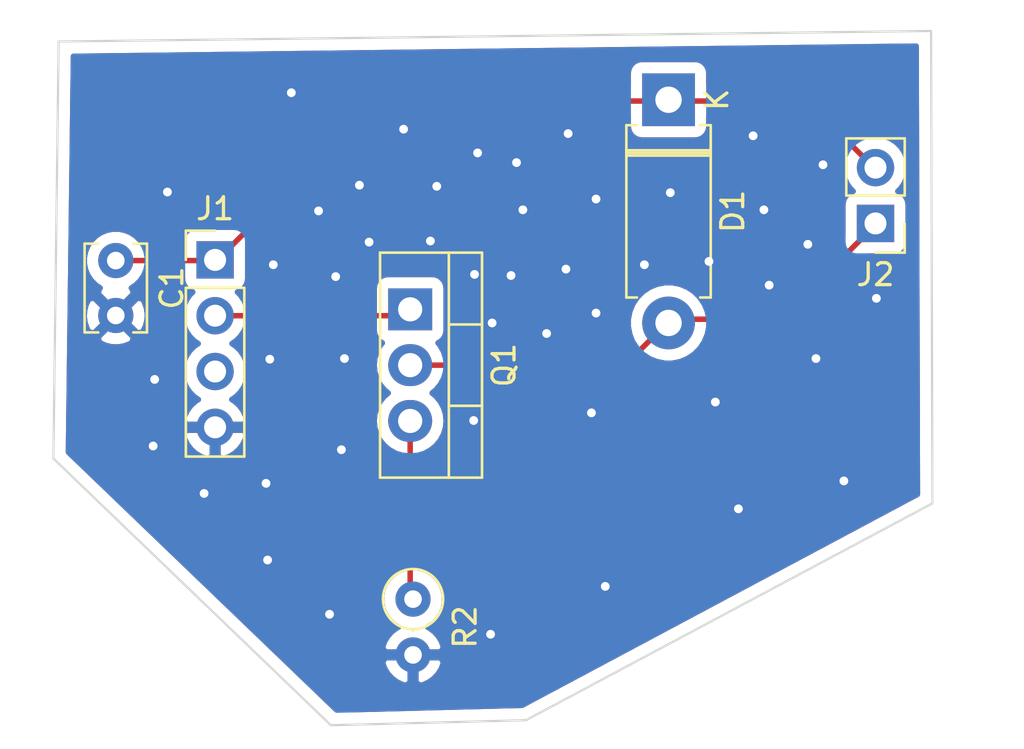
<source format=kicad_pcb>
(kicad_pcb (version 20171130) (host pcbnew 5.99.0+really5.1.10+dfsg1-1)

  (general
    (thickness 1.6)
    (drawings 6)
    (tracks 64)
    (zones 0)
    (modules 6)
    (nets 7)
  )

  (page A4)
  (layers
    (0 F.Cu signal)
    (31 B.Cu signal)
    (32 B.Adhes user)
    (33 F.Adhes user)
    (34 B.Paste user)
    (35 F.Paste user)
    (36 B.SilkS user)
    (37 F.SilkS user)
    (38 B.Mask user)
    (39 F.Mask user)
    (40 Dwgs.User user)
    (41 Cmts.User user)
    (42 Eco1.User user)
    (43 Eco2.User user)
    (44 Edge.Cuts user)
    (45 Margin user)
    (46 B.CrtYd user)
    (47 F.CrtYd user)
    (48 B.Fab user)
    (49 F.Fab user)
  )

  (setup
    (last_trace_width 0.25)
    (trace_clearance 0.2)
    (zone_clearance 0.508)
    (zone_45_only no)
    (trace_min 0.2)
    (via_size 0.8)
    (via_drill 0.4)
    (via_min_size 0.4)
    (via_min_drill 0.3)
    (uvia_size 0.3)
    (uvia_drill 0.1)
    (uvias_allowed no)
    (uvia_min_size 0.2)
    (uvia_min_drill 0.1)
    (edge_width 0.05)
    (segment_width 0.2)
    (pcb_text_width 0.3)
    (pcb_text_size 1.5 1.5)
    (mod_edge_width 0.12)
    (mod_text_size 1 1)
    (mod_text_width 0.15)
    (pad_size 1.524 1.524)
    (pad_drill 0.762)
    (pad_to_mask_clearance 0)
    (aux_axis_origin 0 0)
    (visible_elements FFFFFFFF)
    (pcbplotparams
      (layerselection 0x010f0_ffffffff)
      (usegerberextensions false)
      (usegerberattributes true)
      (usegerberadvancedattributes true)
      (creategerberjobfile true)
      (excludeedgelayer true)
      (linewidth 0.100000)
      (plotframeref false)
      (viasonmask false)
      (mode 1)
      (useauxorigin false)
      (hpglpennumber 1)
      (hpglpenspeed 20)
      (hpglpendiameter 15.000000)
      (psnegative false)
      (psa4output false)
      (plotreference true)
      (plotvalue true)
      (plotinvisibletext false)
      (padsonsilk false)
      (subtractmaskfromsilk false)
      (outputformat 1)
      (mirror false)
      (drillshape 0)
      (scaleselection 1)
      (outputdirectory "../out/"))
  )

  (net 0 "")
  (net 1 GND)
  (net 2 din)
  (net 3 +3V3)
  (net 4 "Net-(Q1-Pad3)")
  (net 5 "Net-(J1-Pad3)")
  (net 6 "Net-(D1-Pad2)")

  (net_class Default "This is the default net class."
    (clearance 0.2)
    (trace_width 0.25)
    (via_dia 0.8)
    (via_drill 0.4)
    (uvia_dia 0.3)
    (uvia_drill 0.1)
    (add_net +3V3)
    (add_net GND)
    (add_net "Net-(D1-Pad2)")
    (add_net "Net-(J1-Pad3)")
    (add_net "Net-(Q1-Pad3)")
    (add_net din)
  )

  (module Resistor_THT:R_Axial_DIN0207_L6.3mm_D2.5mm_P2.54mm_Vertical (layer F.Cu) (tedit 5AE5139B) (tstamp 60C6648E)
    (at 179.66 96.88 270)
    (descr "Resistor, Axial_DIN0207 series, Axial, Vertical, pin pitch=2.54mm, 0.25W = 1/4W, length*diameter=6.3*2.5mm^2, http://cdn-reichelt.de/documents/datenblatt/B400/1_4W%23YAG.pdf")
    (tags "Resistor Axial_DIN0207 series Axial Vertical pin pitch 2.54mm 0.25W = 1/4W length 6.3mm diameter 2.5mm")
    (path /60C11B61/60C12C69)
    (fp_text reference R2 (at 1.27 -2.37 90) (layer F.SilkS)
      (effects (font (size 1 1) (thickness 0.15)))
    )
    (fp_text value R (at 1.27 2.37 90) (layer F.Fab)
      (effects (font (size 1 1) (thickness 0.15)))
    )
    (fp_text user %R (at 1.27 -2.37 90) (layer F.Fab)
      (effects (font (size 1 1) (thickness 0.15)))
    )
    (fp_circle (center 0 0) (end 1.25 0) (layer F.Fab) (width 0.1))
    (fp_circle (center 0 0) (end 1.37 0) (layer F.SilkS) (width 0.12))
    (fp_line (start 0 0) (end 2.54 0) (layer F.Fab) (width 0.1))
    (fp_line (start 1.37 0) (end 1.44 0) (layer F.SilkS) (width 0.12))
    (fp_line (start -1.5 -1.5) (end -1.5 1.5) (layer F.CrtYd) (width 0.05))
    (fp_line (start -1.5 1.5) (end 3.59 1.5) (layer F.CrtYd) (width 0.05))
    (fp_line (start 3.59 1.5) (end 3.59 -1.5) (layer F.CrtYd) (width 0.05))
    (fp_line (start 3.59 -1.5) (end -1.5 -1.5) (layer F.CrtYd) (width 0.05))
    (pad 2 thru_hole oval (at 2.54 0 270) (size 1.6 1.6) (drill 0.8) (layers *.Cu *.Mask)
      (net 1 GND))
    (pad 1 thru_hole circle (at 0 0 270) (size 1.6 1.6) (drill 0.8) (layers *.Cu *.Mask)
      (net 4 "Net-(Q1-Pad3)"))
    (model ${KISYS3DMOD}/Resistor_THT.3dshapes/R_Axial_DIN0207_L6.3mm_D2.5mm_P2.54mm_Vertical.wrl
      (at (xyz 0 0 0))
      (scale (xyz 1 1 1))
      (rotate (xyz 0 0 0))
    )
  )

  (module Package_TO_SOT_THT:TO-220-3_Vertical (layer F.Cu) (tedit 5AC8BA0D) (tstamp 60C6647F)
    (at 179.53 83.69 270)
    (descr "TO-220-3, Vertical, RM 2.54mm, see https://www.vishay.com/docs/66542/to-220-1.pdf")
    (tags "TO-220-3 Vertical RM 2.54mm")
    (path /60C11B61/60C127AE)
    (fp_text reference Q1 (at 2.54 -4.27 90) (layer F.SilkS)
      (effects (font (size 1 1) (thickness 0.15)))
    )
    (fp_text value FQP27P06 (at 2.54 2.5 90) (layer F.Fab)
      (effects (font (size 1 1) (thickness 0.15)))
    )
    (fp_text user %R (at 2.54 -4.27 90) (layer F.Fab)
      (effects (font (size 1 1) (thickness 0.15)))
    )
    (fp_line (start -2.46 -3.15) (end -2.46 1.25) (layer F.Fab) (width 0.1))
    (fp_line (start -2.46 1.25) (end 7.54 1.25) (layer F.Fab) (width 0.1))
    (fp_line (start 7.54 1.25) (end 7.54 -3.15) (layer F.Fab) (width 0.1))
    (fp_line (start 7.54 -3.15) (end -2.46 -3.15) (layer F.Fab) (width 0.1))
    (fp_line (start -2.46 -1.88) (end 7.54 -1.88) (layer F.Fab) (width 0.1))
    (fp_line (start 0.69 -3.15) (end 0.69 -1.88) (layer F.Fab) (width 0.1))
    (fp_line (start 4.39 -3.15) (end 4.39 -1.88) (layer F.Fab) (width 0.1))
    (fp_line (start -2.58 -3.27) (end 7.66 -3.27) (layer F.SilkS) (width 0.12))
    (fp_line (start -2.58 1.371) (end 7.66 1.371) (layer F.SilkS) (width 0.12))
    (fp_line (start -2.58 -3.27) (end -2.58 1.371) (layer F.SilkS) (width 0.12))
    (fp_line (start 7.66 -3.27) (end 7.66 1.371) (layer F.SilkS) (width 0.12))
    (fp_line (start -2.58 -1.76) (end 7.66 -1.76) (layer F.SilkS) (width 0.12))
    (fp_line (start 0.69 -3.27) (end 0.69 -1.76) (layer F.SilkS) (width 0.12))
    (fp_line (start 4.391 -3.27) (end 4.391 -1.76) (layer F.SilkS) (width 0.12))
    (fp_line (start -2.71 -3.4) (end -2.71 1.51) (layer F.CrtYd) (width 0.05))
    (fp_line (start -2.71 1.51) (end 7.79 1.51) (layer F.CrtYd) (width 0.05))
    (fp_line (start 7.79 1.51) (end 7.79 -3.4) (layer F.CrtYd) (width 0.05))
    (fp_line (start 7.79 -3.4) (end -2.71 -3.4) (layer F.CrtYd) (width 0.05))
    (pad 3 thru_hole oval (at 5.08 0 270) (size 1.905 2) (drill 1.1) (layers *.Cu *.Mask)
      (net 4 "Net-(Q1-Pad3)"))
    (pad 2 thru_hole oval (at 2.54 0 270) (size 1.905 2) (drill 1.1) (layers *.Cu *.Mask)
      (net 6 "Net-(D1-Pad2)"))
    (pad 1 thru_hole rect (at 0 0 270) (size 1.905 2) (drill 1.1) (layers *.Cu *.Mask)
      (net 2 din))
    (model ${KISYS3DMOD}/Package_TO_SOT_THT.3dshapes/TO-220-3_Vertical.wrl
      (at (xyz 0 0 0))
      (scale (xyz 1 1 1))
      (rotate (xyz 0 0 0))
    )
  )

  (module Connector_PinHeader_2.54mm:PinHeader_1x02_P2.54mm_Vertical (layer F.Cu) (tedit 59FED5CC) (tstamp 60C66465)
    (at 200.71 79.78 180)
    (descr "Through hole straight pin header, 1x02, 2.54mm pitch, single row")
    (tags "Through hole pin header THT 1x02 2.54mm single row")
    (path /60C11B61/60CA5023)
    (fp_text reference J2 (at 0 -2.33) (layer F.SilkS)
      (effects (font (size 1 1) (thickness 0.15)))
    )
    (fp_text value Conn_01x02_Male (at 0 4.87) (layer F.Fab)
      (effects (font (size 1 1) (thickness 0.15)))
    )
    (fp_text user %R (at 0 1.27 90) (layer F.Fab)
      (effects (font (size 1 1) (thickness 0.15)))
    )
    (fp_line (start -0.635 -1.27) (end 1.27 -1.27) (layer F.Fab) (width 0.1))
    (fp_line (start 1.27 -1.27) (end 1.27 3.81) (layer F.Fab) (width 0.1))
    (fp_line (start 1.27 3.81) (end -1.27 3.81) (layer F.Fab) (width 0.1))
    (fp_line (start -1.27 3.81) (end -1.27 -0.635) (layer F.Fab) (width 0.1))
    (fp_line (start -1.27 -0.635) (end -0.635 -1.27) (layer F.Fab) (width 0.1))
    (fp_line (start -1.33 3.87) (end 1.33 3.87) (layer F.SilkS) (width 0.12))
    (fp_line (start -1.33 1.27) (end -1.33 3.87) (layer F.SilkS) (width 0.12))
    (fp_line (start 1.33 1.27) (end 1.33 3.87) (layer F.SilkS) (width 0.12))
    (fp_line (start -1.33 1.27) (end 1.33 1.27) (layer F.SilkS) (width 0.12))
    (fp_line (start -1.33 0) (end -1.33 -1.33) (layer F.SilkS) (width 0.12))
    (fp_line (start -1.33 -1.33) (end 0 -1.33) (layer F.SilkS) (width 0.12))
    (fp_line (start -1.8 -1.8) (end -1.8 4.35) (layer F.CrtYd) (width 0.05))
    (fp_line (start -1.8 4.35) (end 1.8 4.35) (layer F.CrtYd) (width 0.05))
    (fp_line (start 1.8 4.35) (end 1.8 -1.8) (layer F.CrtYd) (width 0.05))
    (fp_line (start 1.8 -1.8) (end -1.8 -1.8) (layer F.CrtYd) (width 0.05))
    (pad 2 thru_hole oval (at 0 2.54 180) (size 1.7 1.7) (drill 1) (layers *.Cu *.Mask)
      (net 3 +3V3))
    (pad 1 thru_hole rect (at 0 0 180) (size 1.7 1.7) (drill 1) (layers *.Cu *.Mask)
      (net 6 "Net-(D1-Pad2)"))
    (model ${KISYS3DMOD}/Connector_PinHeader_2.54mm.3dshapes/PinHeader_1x02_P2.54mm_Vertical.wrl
      (at (xyz 0 0 0))
      (scale (xyz 1 1 1))
      (rotate (xyz 0 0 0))
    )
  )

  (module Connector_PinHeader_2.54mm:PinHeader_1x04_P2.54mm_Vertical (layer F.Cu) (tedit 59FED5CC) (tstamp 60C6644F)
    (at 170.65 81.44)
    (descr "Through hole straight pin header, 1x04, 2.54mm pitch, single row")
    (tags "Through hole pin header THT 1x04 2.54mm single row")
    (path /60C11B61/60C2805B)
    (fp_text reference J1 (at 0 -2.33) (layer F.SilkS)
      (effects (font (size 1 1) (thickness 0.15)))
    )
    (fp_text value Conn_01x04_Male (at 0 9.95) (layer F.Fab)
      (effects (font (size 1 1) (thickness 0.15)))
    )
    (fp_text user %R (at 0 3.81 90) (layer F.Fab)
      (effects (font (size 1 1) (thickness 0.15)))
    )
    (fp_line (start -0.635 -1.27) (end 1.27 -1.27) (layer F.Fab) (width 0.1))
    (fp_line (start 1.27 -1.27) (end 1.27 8.89) (layer F.Fab) (width 0.1))
    (fp_line (start 1.27 8.89) (end -1.27 8.89) (layer F.Fab) (width 0.1))
    (fp_line (start -1.27 8.89) (end -1.27 -0.635) (layer F.Fab) (width 0.1))
    (fp_line (start -1.27 -0.635) (end -0.635 -1.27) (layer F.Fab) (width 0.1))
    (fp_line (start -1.33 8.95) (end 1.33 8.95) (layer F.SilkS) (width 0.12))
    (fp_line (start -1.33 1.27) (end -1.33 8.95) (layer F.SilkS) (width 0.12))
    (fp_line (start 1.33 1.27) (end 1.33 8.95) (layer F.SilkS) (width 0.12))
    (fp_line (start -1.33 1.27) (end 1.33 1.27) (layer F.SilkS) (width 0.12))
    (fp_line (start -1.33 0) (end -1.33 -1.33) (layer F.SilkS) (width 0.12))
    (fp_line (start -1.33 -1.33) (end 0 -1.33) (layer F.SilkS) (width 0.12))
    (fp_line (start -1.8 -1.8) (end -1.8 9.4) (layer F.CrtYd) (width 0.05))
    (fp_line (start -1.8 9.4) (end 1.8 9.4) (layer F.CrtYd) (width 0.05))
    (fp_line (start 1.8 9.4) (end 1.8 -1.8) (layer F.CrtYd) (width 0.05))
    (fp_line (start 1.8 -1.8) (end -1.8 -1.8) (layer F.CrtYd) (width 0.05))
    (pad 4 thru_hole oval (at 0 7.62) (size 1.7 1.7) (drill 1) (layers *.Cu *.Mask)
      (net 1 GND))
    (pad 3 thru_hole oval (at 0 5.08) (size 1.7 1.7) (drill 1) (layers *.Cu *.Mask)
      (net 5 "Net-(J1-Pad3)"))
    (pad 2 thru_hole oval (at 0 2.54) (size 1.7 1.7) (drill 1) (layers *.Cu *.Mask)
      (net 2 din))
    (pad 1 thru_hole rect (at 0 0) (size 1.7 1.7) (drill 1) (layers *.Cu *.Mask)
      (net 3 +3V3))
    (model ${KISYS3DMOD}/Connector_PinHeader_2.54mm.3dshapes/PinHeader_1x04_P2.54mm_Vertical.wrl
      (at (xyz 0 0 0))
      (scale (xyz 1 1 1))
      (rotate (xyz 0 0 0))
    )
  )

  (module Diode_THT:D_DO-15_P10.16mm_Horizontal (layer F.Cu) (tedit 5AE50CD5) (tstamp 60C66437)
    (at 191.29 74.15 270)
    (descr "Diode, DO-15 series, Axial, Horizontal, pin pitch=10.16mm, , length*diameter=7.6*3.6mm^2, , http://www.diodes.com/_files/packages/DO-15.pdf")
    (tags "Diode DO-15 series Axial Horizontal pin pitch 10.16mm  length 7.6mm diameter 3.6mm")
    (path /60C11B61/60CD387A)
    (fp_text reference D1 (at 5.08 -2.92 90) (layer F.SilkS)
      (effects (font (size 1 1) (thickness 0.15)))
    )
    (fp_text value D (at 5.08 2.92 90) (layer F.Fab)
      (effects (font (size 1 1) (thickness 0.15)))
    )
    (fp_text user K (at 0 -2.2 90) (layer F.SilkS)
      (effects (font (size 1 1) (thickness 0.15)))
    )
    (fp_text user K (at 0 -2.2 90) (layer F.Fab)
      (effects (font (size 1 1) (thickness 0.15)))
    )
    (fp_text user %R (at 5.65 0 90) (layer F.Fab)
      (effects (font (size 1 1) (thickness 0.15)))
    )
    (fp_line (start 1.28 -1.8) (end 1.28 1.8) (layer F.Fab) (width 0.1))
    (fp_line (start 1.28 1.8) (end 8.88 1.8) (layer F.Fab) (width 0.1))
    (fp_line (start 8.88 1.8) (end 8.88 -1.8) (layer F.Fab) (width 0.1))
    (fp_line (start 8.88 -1.8) (end 1.28 -1.8) (layer F.Fab) (width 0.1))
    (fp_line (start 0 0) (end 1.28 0) (layer F.Fab) (width 0.1))
    (fp_line (start 10.16 0) (end 8.88 0) (layer F.Fab) (width 0.1))
    (fp_line (start 2.42 -1.8) (end 2.42 1.8) (layer F.Fab) (width 0.1))
    (fp_line (start 2.52 -1.8) (end 2.52 1.8) (layer F.Fab) (width 0.1))
    (fp_line (start 2.32 -1.8) (end 2.32 1.8) (layer F.Fab) (width 0.1))
    (fp_line (start 1.16 -1.44) (end 1.16 -1.92) (layer F.SilkS) (width 0.12))
    (fp_line (start 1.16 -1.92) (end 9 -1.92) (layer F.SilkS) (width 0.12))
    (fp_line (start 9 -1.92) (end 9 -1.44) (layer F.SilkS) (width 0.12))
    (fp_line (start 1.16 1.44) (end 1.16 1.92) (layer F.SilkS) (width 0.12))
    (fp_line (start 1.16 1.92) (end 9 1.92) (layer F.SilkS) (width 0.12))
    (fp_line (start 9 1.92) (end 9 1.44) (layer F.SilkS) (width 0.12))
    (fp_line (start 2.42 -1.92) (end 2.42 1.92) (layer F.SilkS) (width 0.12))
    (fp_line (start 2.54 -1.92) (end 2.54 1.92) (layer F.SilkS) (width 0.12))
    (fp_line (start 2.3 -1.92) (end 2.3 1.92) (layer F.SilkS) (width 0.12))
    (fp_line (start -1.45 -2.05) (end -1.45 2.05) (layer F.CrtYd) (width 0.05))
    (fp_line (start -1.45 2.05) (end 11.61 2.05) (layer F.CrtYd) (width 0.05))
    (fp_line (start 11.61 2.05) (end 11.61 -2.05) (layer F.CrtYd) (width 0.05))
    (fp_line (start 11.61 -2.05) (end -1.45 -2.05) (layer F.CrtYd) (width 0.05))
    (pad 2 thru_hole oval (at 10.16 0 270) (size 2.4 2.4) (drill 1.2) (layers *.Cu *.Mask)
      (net 6 "Net-(D1-Pad2)"))
    (pad 1 thru_hole rect (at 0 0 270) (size 2.4 2.4) (drill 1.2) (layers *.Cu *.Mask)
      (net 3 +3V3))
    (model ${KISYS3DMOD}/Diode_THT.3dshapes/D_DO-15_P10.16mm_Horizontal.wrl
      (at (xyz 0 0 0))
      (scale (xyz 1 1 1))
      (rotate (xyz 0 0 0))
    )
  )

  (module Capacitor_THT:C_Disc_D3.8mm_W2.6mm_P2.50mm (layer F.Cu) (tedit 5AE50EF0) (tstamp 60C66418)
    (at 166.13 81.47 270)
    (descr "C, Disc series, Radial, pin pitch=2.50mm, , diameter*width=3.8*2.6mm^2, Capacitor, http://www.vishay.com/docs/45233/krseries.pdf")
    (tags "C Disc series Radial pin pitch 2.50mm  diameter 3.8mm width 2.6mm Capacitor")
    (path /60C11B61/60C143B1)
    (fp_text reference C1 (at 1.25 -2.55 90) (layer F.SilkS)
      (effects (font (size 1 1) (thickness 0.15)))
    )
    (fp_text value C (at 1.25 2.55 90) (layer F.Fab)
      (effects (font (size 1 1) (thickness 0.15)))
    )
    (fp_text user %R (at 1.25 0 90) (layer F.Fab)
      (effects (font (size 0.76 0.76) (thickness 0.114)))
    )
    (fp_line (start -0.65 -1.3) (end -0.65 1.3) (layer F.Fab) (width 0.1))
    (fp_line (start -0.65 1.3) (end 3.15 1.3) (layer F.Fab) (width 0.1))
    (fp_line (start 3.15 1.3) (end 3.15 -1.3) (layer F.Fab) (width 0.1))
    (fp_line (start 3.15 -1.3) (end -0.65 -1.3) (layer F.Fab) (width 0.1))
    (fp_line (start -0.77 -1.42) (end 3.27 -1.42) (layer F.SilkS) (width 0.12))
    (fp_line (start -0.77 1.42) (end 3.27 1.42) (layer F.SilkS) (width 0.12))
    (fp_line (start -0.77 -1.42) (end -0.77 -0.795) (layer F.SilkS) (width 0.12))
    (fp_line (start -0.77 0.795) (end -0.77 1.42) (layer F.SilkS) (width 0.12))
    (fp_line (start 3.27 -1.42) (end 3.27 -0.795) (layer F.SilkS) (width 0.12))
    (fp_line (start 3.27 0.795) (end 3.27 1.42) (layer F.SilkS) (width 0.12))
    (fp_line (start -1.05 -1.55) (end -1.05 1.55) (layer F.CrtYd) (width 0.05))
    (fp_line (start -1.05 1.55) (end 3.55 1.55) (layer F.CrtYd) (width 0.05))
    (fp_line (start 3.55 1.55) (end 3.55 -1.55) (layer F.CrtYd) (width 0.05))
    (fp_line (start 3.55 -1.55) (end -1.05 -1.55) (layer F.CrtYd) (width 0.05))
    (pad 2 thru_hole circle (at 2.5 0 270) (size 1.6 1.6) (drill 0.8) (layers *.Cu *.Mask)
      (net 1 GND))
    (pad 1 thru_hole circle (at 0 0 270) (size 1.6 1.6) (drill 0.8) (layers *.Cu *.Mask)
      (net 3 +3V3))
    (model ${KISYS3DMOD}/Capacitor_THT.3dshapes/C_Disc_D3.8mm_W2.6mm_P2.50mm.wrl
      (at (xyz 0 0 0))
      (scale (xyz 1 1 1))
      (rotate (xyz 0 0 0))
    )
  )

  (gr_line (start 203.24 71.02) (end 203.3 92.52) (layer Edge.Cuts) (width 0.1))
  (gr_line (start 163.53 71.5) (end 203.24 71.02) (layer Edge.Cuts) (width 0.1))
  (gr_line (start 163.29 90.48) (end 163.53 71.5) (layer Edge.Cuts) (width 0.1))
  (gr_line (start 175.92 102.62) (end 163.29 90.48) (layer Edge.Cuts) (width 0.1))
  (gr_line (start 184.8 102.39) (end 175.92 102.62) (layer Edge.Cuts) (width 0.1))
  (gr_line (start 203.3 92.52) (end 184.8 102.39) (layer Edge.Cuts) (width 0.1))

  (via (at 179.23 75.49) (size 0.8) (drill 0.4) (layers F.Cu B.Cu) (net 1))
  (via (at 186.72 75.69) (size 0.8) (drill 0.4) (layers F.Cu B.Cu) (net 1))
  (via (at 191.37 78.38) (size 0.8) (drill 0.4) (layers F.Cu B.Cu) (net 1))
  (via (at 195.14 75.79) (size 0.8) (drill 0.4) (layers F.Cu B.Cu) (net 1))
  (via (at 198.32 77.11) (size 0.8) (drill 0.4) (layers F.Cu B.Cu) (net 1))
  (via (at 197.63 80.73) (size 0.8) (drill 0.4) (layers F.Cu B.Cu) (net 1))
  (via (at 195.87 82.59) (size 0.8) (drill 0.4) (layers F.Cu B.Cu) (net 1))
  (via (at 193.13 81.51) (size 0.8) (drill 0.4) (layers F.Cu B.Cu) (net 1))
  (via (at 190.19 81.66) (size 0.8) (drill 0.4) (layers F.Cu B.Cu) (net 1))
  (via (at 187.99 83.86) (size 0.8) (drill 0.4) (layers F.Cu B.Cu) (net 1))
  (via (at 185.74 84.79) (size 0.8) (drill 0.4) (layers F.Cu B.Cu) (net 1))
  (via (at 183.26 84.31) (size 0.8) (drill 0.4) (layers F.Cu B.Cu) (net 1))
  (via (at 182.46 82.1) (size 0.8) (drill 0.4) (layers F.Cu B.Cu) (net 1))
  (via (at 180.45 80.58) (size 0.8) (drill 0.4) (layers F.Cu B.Cu) (net 1))
  (via (at 177.66 80.63) (size 0.8) (drill 0.4) (layers F.Cu B.Cu) (net 1))
  (via (at 176.14 82.2) (size 0.8) (drill 0.4) (layers F.Cu B.Cu) (net 1))
  (via (at 173.3 81.66) (size 0.8) (drill 0.4) (layers F.Cu B.Cu) (net 1))
  (via (at 175.36 79.21) (size 0.8) (drill 0.4) (layers F.Cu B.Cu) (net 1))
  (via (at 177.22 78.04) (size 0.8) (drill 0.4) (layers F.Cu B.Cu) (net 1))
  (via (at 180.74 78.09) (size 0.8) (drill 0.4) (layers F.Cu B.Cu) (net 1))
  (via (at 182.6 76.57) (size 0.8) (drill 0.4) (layers F.Cu B.Cu) (net 1))
  (via (at 184.66 79.16) (size 0.8) (drill 0.4) (layers F.Cu B.Cu) (net 1))
  (via (at 184.12 82.15) (size 0.8) (drill 0.4) (layers F.Cu B.Cu) (net 1))
  (via (at 186.62 81.86) (size 0.8) (drill 0.4) (layers F.Cu B.Cu) (net 1))
  (via (at 187.99 78.67) (size 0.8) (drill 0.4) (layers F.Cu B.Cu) (net 1))
  (via (at 184.37 77.01) (size 0.8) (drill 0.4) (layers F.Cu B.Cu) (net 1))
  (via (at 195.63 79.16) (size 0.8) (drill 0.4) (layers F.Cu B.Cu) (net 1))
  (via (at 167.9 86.88) (size 0.8) (drill 0.4) (layers F.Cu B.Cu) (net 1))
  (via (at 167.83 89.91) (size 0.8) (drill 0.4) (layers F.Cu B.Cu) (net 1))
  (via (at 168.48 78.35) (size 0.8) (drill 0.4) (layers F.Cu B.Cu) (net 1))
  (via (at 174.12 73.83) (size 0.8) (drill 0.4) (layers F.Cu B.Cu) (net 1))
  (via (at 173.14 85.96) (size 0.8) (drill 0.4) (layers F.Cu B.Cu) (net 1))
  (via (at 176.54 85.93) (size 0.8) (drill 0.4) (layers F.Cu B.Cu) (net 1))
  (via (at 176.4 90.08) (size 0.8) (drill 0.4) (layers F.Cu B.Cu) (net 1))
  (via (at 172.97 91.61) (size 0.8) (drill 0.4) (layers F.Cu B.Cu) (net 1))
  (via (at 182.42 88.75) (size 0.8) (drill 0.4) (layers F.Cu B.Cu) (net 1))
  (via (at 187.78 88.4) (size 0.8) (drill 0.4) (layers F.Cu B.Cu) (net 1))
  (via (at 193.42 87.91) (size 0.8) (drill 0.4) (layers F.Cu B.Cu) (net 1))
  (via (at 198 85.93) (size 0.8) (drill 0.4) (layers F.Cu B.Cu) (net 1))
  (via (at 200.75 83.19) (size 0.8) (drill 0.4) (layers F.Cu B.Cu) (net 1))
  (via (at 199.27 91.5) (size 0.8) (drill 0.4) (layers F.Cu B.Cu) (net 1))
  (via (at 194.47 92.77) (size 0.8) (drill 0.4) (layers F.Cu B.Cu) (net 1))
  (via (at 188.41 96.3) (size 0.8) (drill 0.4) (layers F.Cu B.Cu) (net 1))
  (via (at 183.19 98.48) (size 0.8) (drill 0.4) (layers F.Cu B.Cu) (net 1))
  (via (at 175.86 97.57) (size 0.8) (drill 0.4) (layers F.Cu B.Cu) (net 1))
  (via (at 173.04 95.1) (size 0.8) (drill 0.4) (layers F.Cu B.Cu) (net 1))
  (via (at 170.15 92.07) (size 0.8) (drill 0.4) (layers F.Cu B.Cu) (net 1))
  (segment (start 170.65 83.98) (end 179.15 83.98) (width 0.25) (layer F.Cu) (net 2))
  (segment (start 179.15 83.98) (end 179.46 83.67) (width 0.25) (layer F.Cu) (net 2))
  (segment (start 166.13 81.47) (end 170.69 81.47) (width 0.25) (layer F.Cu) (net 3))
  (segment (start 170.69 81.47) (end 170.71 81.49) (width 0.25) (layer F.Cu) (net 3))
  (segment (start 170.71 81.49) (end 177.99 74.21) (width 0.25) (layer F.Cu) (net 3))
  (segment (start 177.99 74.21) (end 191.31 74.21) (width 0.25) (layer F.Cu) (net 3))
  (segment (start 191.31 74.21) (end 197.61 74.21) (width 0.25) (layer F.Cu) (net 3))
  (segment (start 197.61 74.21) (end 200.67 77.27) (width 0.25) (layer F.Cu) (net 3))
  (segment (start 179.53 88.77) (end 179.53 96.77) (width 0.25) (layer F.Cu) (net 4))
  (segment (start 179.53 96.77) (end 179.65 96.89) (width 0.25) (layer F.Cu) (net 4))
  (segment (start 179.53 86.23) (end 189.31 86.23) (width 0.25) (layer F.Cu) (net 6))
  (segment (start 189.31 86.23) (end 191.18 84.36) (width 0.25) (layer F.Cu) (net 6))
  (segment (start 191.18 84.36) (end 191.4 84.14) (width 0.25) (layer F.Cu) (net 6))
  (segment (start 191.4 84.14) (end 196.41 84.14) (width 0.25) (layer F.Cu) (net 6))
  (segment (start 196.41 84.14) (end 200.58 79.97) (width 0.25) (layer F.Cu) (net 6))
  (segment (start 200.58 79.97) (end 200.61 79.97) (width 0.25) (layer F.Cu) (net 6))
  (segment (start 200.61 79.97) (end 200.56 79.97) (width 0.25) (layer F.Cu) (net 6))

  (zone (net 1) (net_name GND) (layer F.Cu) (tstamp 0) (hatch edge 0.508)
    (connect_pads (clearance 0.508))
    (min_thickness 0.254)
    (fill yes (arc_segments 32) (thermal_gap 0.508) (thermal_bridge_width 0.508))
    (polygon
      (pts
        (xy 203.93 102) (xy 161.68 102.05) (xy 161.86 71.19) (xy 203.93 70.51)
      )
    )
    (filled_polygon
      (pts
        (xy 202.613853 92.109678) (xy 184.620411 101.709422) (xy 177.078001 101.904778) (xy 176.165513 101.905857) (xy 173.942449 99.76904)
        (xy 178.268091 99.76904) (xy 178.36293 100.033881) (xy 178.507615 100.275131) (xy 178.696586 100.483519) (xy 178.92258 100.651037)
        (xy 179.176913 100.771246) (xy 179.310961 100.811904) (xy 179.533 100.689915) (xy 179.533 99.547) (xy 179.787 99.547)
        (xy 179.787 100.689915) (xy 180.009039 100.811904) (xy 180.143087 100.771246) (xy 180.39742 100.651037) (xy 180.623414 100.483519)
        (xy 180.812385 100.275131) (xy 180.95707 100.033881) (xy 181.051909 99.76904) (xy 180.930624 99.547) (xy 179.787 99.547)
        (xy 179.533 99.547) (xy 178.389376 99.547) (xy 178.268091 99.76904) (xy 173.942449 99.76904) (xy 163.978698 90.191849)
        (xy 163.988497 89.41689) (xy 169.208524 89.41689) (xy 169.253175 89.564099) (xy 169.378359 89.82692) (xy 169.552412 90.060269)
        (xy 169.768645 90.255178) (xy 170.018748 90.404157) (xy 170.293109 90.501481) (xy 170.523 90.380814) (xy 170.523 89.187)
        (xy 170.777 89.187) (xy 170.777 90.380814) (xy 171.006891 90.501481) (xy 171.281252 90.404157) (xy 171.531355 90.255178)
        (xy 171.747588 90.060269) (xy 171.921641 89.82692) (xy 172.046825 89.564099) (xy 172.091476 89.41689) (xy 171.970155 89.187)
        (xy 170.777 89.187) (xy 170.523 89.187) (xy 169.329845 89.187) (xy 169.208524 89.41689) (xy 163.988497 89.41689)
        (xy 164.044819 84.962702) (xy 165.316903 84.962702) (xy 165.388486 85.206671) (xy 165.643996 85.327571) (xy 165.918184 85.3963)
        (xy 166.200512 85.410217) (xy 166.48013 85.368787) (xy 166.746292 85.273603) (xy 166.871514 85.206671) (xy 166.943097 84.962702)
        (xy 166.13 84.149605) (xy 165.316903 84.962702) (xy 164.044819 84.962702) (xy 164.05648 84.040512) (xy 164.689783 84.040512)
        (xy 164.731213 84.32013) (xy 164.826397 84.586292) (xy 164.893329 84.711514) (xy 165.137298 84.783097) (xy 165.950395 83.97)
        (xy 166.309605 83.97) (xy 167.122702 84.783097) (xy 167.366671 84.711514) (xy 167.487571 84.456004) (xy 167.5563 84.181816)
        (xy 167.570217 83.899488) (xy 167.528787 83.61987) (xy 167.433603 83.353708) (xy 167.366671 83.228486) (xy 167.122702 83.156903)
        (xy 166.309605 83.97) (xy 165.950395 83.97) (xy 165.137298 83.156903) (xy 164.893329 83.228486) (xy 164.772429 83.483996)
        (xy 164.7037 83.758184) (xy 164.689783 84.040512) (xy 164.05648 84.040512) (xy 164.090771 81.328665) (xy 164.695 81.328665)
        (xy 164.695 81.611335) (xy 164.750147 81.888574) (xy 164.85832 82.149727) (xy 165.015363 82.384759) (xy 165.215241 82.584637)
        (xy 165.415869 82.718692) (xy 165.388486 82.733329) (xy 165.316903 82.977298) (xy 166.13 83.790395) (xy 166.943097 82.977298)
        (xy 166.871514 82.733329) (xy 166.842659 82.719676) (xy 167.044759 82.584637) (xy 167.244637 82.384759) (xy 167.348043 82.23)
        (xy 169.161928 82.23) (xy 169.161928 82.29) (xy 169.174188 82.414482) (xy 169.210498 82.53418) (xy 169.269463 82.644494)
        (xy 169.348815 82.741185) (xy 169.445506 82.820537) (xy 169.55582 82.879502) (xy 169.62838 82.901513) (xy 169.496525 83.033368)
        (xy 169.33401 83.276589) (xy 169.222068 83.546842) (xy 169.165 83.83374) (xy 169.165 84.12626) (xy 169.222068 84.413158)
        (xy 169.33401 84.683411) (xy 169.496525 84.926632) (xy 169.703368 85.133475) (xy 169.87776 85.25) (xy 169.703368 85.366525)
        (xy 169.496525 85.573368) (xy 169.33401 85.816589) (xy 169.222068 86.086842) (xy 169.165 86.37374) (xy 169.165 86.66626)
        (xy 169.222068 86.953158) (xy 169.33401 87.223411) (xy 169.496525 87.466632) (xy 169.703368 87.673475) (xy 169.885534 87.795195)
        (xy 169.768645 87.864822) (xy 169.552412 88.059731) (xy 169.378359 88.29308) (xy 169.253175 88.555901) (xy 169.208524 88.70311)
        (xy 169.329845 88.933) (xy 170.523 88.933) (xy 170.523 88.913) (xy 170.777 88.913) (xy 170.777 88.933)
        (xy 171.970155 88.933) (xy 172.091476 88.70311) (xy 172.046825 88.555901) (xy 171.921641 88.29308) (xy 171.747588 88.059731)
        (xy 171.531355 87.864822) (xy 171.414466 87.795195) (xy 171.596632 87.673475) (xy 171.803475 87.466632) (xy 171.96599 87.223411)
        (xy 172.077932 86.953158) (xy 172.135 86.66626) (xy 172.135 86.37374) (xy 172.077932 86.086842) (xy 171.96599 85.816589)
        (xy 171.803475 85.573368) (xy 171.596632 85.366525) (xy 171.42224 85.25) (xy 171.596632 85.133475) (xy 171.803475 84.926632)
        (xy 171.928178 84.74) (xy 177.901531 84.74) (xy 177.904188 84.766982) (xy 177.940498 84.88668) (xy 177.999463 84.996994)
        (xy 178.078815 85.093685) (xy 178.175506 85.173037) (xy 178.259446 85.217905) (xy 178.156155 85.343765) (xy 178.008745 85.619551)
        (xy 177.91797 85.918796) (xy 177.887319 86.23) (xy 177.91797 86.541204) (xy 178.008745 86.840449) (xy 178.156155 87.116235)
        (xy 178.354537 87.357963) (xy 178.527609 87.5) (xy 178.354537 87.642037) (xy 178.156155 87.883765) (xy 178.008745 88.159551)
        (xy 177.91797 88.458796) (xy 177.887319 88.77) (xy 177.91797 89.081204) (xy 178.008745 89.380449) (xy 178.156155 89.656235)
        (xy 178.354537 89.897963) (xy 178.596265 90.096345) (xy 178.77 90.189208) (xy 178.770001 95.748819) (xy 178.745241 95.765363)
        (xy 178.545363 95.965241) (xy 178.38832 96.200273) (xy 178.280147 96.461426) (xy 178.225 96.738665) (xy 178.225 97.021335)
        (xy 178.280147 97.298574) (xy 178.38832 97.559727) (xy 178.545363 97.794759) (xy 178.745241 97.994637) (xy 178.980273 98.15168)
        (xy 178.991565 98.156357) (xy 178.92258 98.188963) (xy 178.696586 98.356481) (xy 178.507615 98.564869) (xy 178.36293 98.806119)
        (xy 178.268091 99.07096) (xy 178.389376 99.293) (xy 179.533 99.293) (xy 179.533 99.273) (xy 179.787 99.273)
        (xy 179.787 99.293) (xy 180.930624 99.293) (xy 181.051909 99.07096) (xy 180.95707 98.806119) (xy 180.812385 98.564869)
        (xy 180.623414 98.356481) (xy 180.39742 98.188963) (xy 180.328435 98.156357) (xy 180.339727 98.15168) (xy 180.574759 97.994637)
        (xy 180.774637 97.794759) (xy 180.93168 97.559727) (xy 181.039853 97.298574) (xy 181.095 97.021335) (xy 181.095 96.738665)
        (xy 181.039853 96.461426) (xy 180.93168 96.200273) (xy 180.774637 95.965241) (xy 180.574759 95.765363) (xy 180.339727 95.60832)
        (xy 180.29 95.587722) (xy 180.29 90.189208) (xy 180.463735 90.096345) (xy 180.705463 89.897963) (xy 180.903845 89.656235)
        (xy 181.051255 89.380449) (xy 181.14203 89.081204) (xy 181.172681 88.77) (xy 181.14203 88.458796) (xy 181.051255 88.159551)
        (xy 180.903845 87.883765) (xy 180.705463 87.642037) (xy 180.532391 87.5) (xy 180.705463 87.357963) (xy 180.903845 87.116235)
        (xy 180.971319 86.99) (xy 189.272678 86.99) (xy 189.31 86.993676) (xy 189.347322 86.99) (xy 189.347333 86.99)
        (xy 189.458986 86.979003) (xy 189.602247 86.935546) (xy 189.734276 86.864974) (xy 189.850001 86.770001) (xy 189.873804 86.740997)
        (xy 190.603125 86.011677) (xy 190.75475 86.074482) (xy 191.109268 86.145) (xy 191.470732 86.145) (xy 191.82525 86.074482)
        (xy 192.159199 85.936156) (xy 192.459744 85.735338) (xy 192.715338 85.479744) (xy 192.916156 85.179199) (xy 193.031804 84.9)
        (xy 196.372678 84.9) (xy 196.41 84.903676) (xy 196.447322 84.9) (xy 196.447333 84.9) (xy 196.558986 84.889003)
        (xy 196.702247 84.845546) (xy 196.834276 84.774974) (xy 196.950001 84.680001) (xy 196.973804 84.650997) (xy 200.35673 81.268072)
        (xy 201.56 81.268072) (xy 201.684482 81.255812) (xy 201.80418 81.219502) (xy 201.914494 81.160537) (xy 202.011185 81.081185)
        (xy 202.090537 80.984494) (xy 202.149502 80.87418) (xy 202.185812 80.754482) (xy 202.198072 80.63) (xy 202.198072 78.93)
        (xy 202.185812 78.805518) (xy 202.149502 78.68582) (xy 202.090537 78.575506) (xy 202.011185 78.478815) (xy 201.914494 78.399463)
        (xy 201.80418 78.340498) (xy 201.73162 78.318487) (xy 201.863475 78.186632) (xy 202.02599 77.943411) (xy 202.137932 77.673158)
        (xy 202.195 77.38626) (xy 202.195 77.09374) (xy 202.137932 76.806842) (xy 202.02599 76.536589) (xy 201.863475 76.293368)
        (xy 201.656632 76.086525) (xy 201.413411 75.92401) (xy 201.143158 75.812068) (xy 200.85626 75.755) (xy 200.56374 75.755)
        (xy 200.285206 75.810404) (xy 198.173804 73.699003) (xy 198.150001 73.669999) (xy 198.034276 73.575026) (xy 197.902247 73.504454)
        (xy 197.758986 73.460997) (xy 197.647333 73.45) (xy 197.647322 73.45) (xy 197.61 73.446324) (xy 197.572678 73.45)
        (xy 193.128072 73.45) (xy 193.128072 72.95) (xy 193.115812 72.825518) (xy 193.079502 72.70582) (xy 193.020537 72.595506)
        (xy 192.941185 72.498815) (xy 192.844494 72.419463) (xy 192.73418 72.360498) (xy 192.614482 72.324188) (xy 192.49 72.311928)
        (xy 190.09 72.311928) (xy 189.965518 72.324188) (xy 189.84582 72.360498) (xy 189.735506 72.419463) (xy 189.638815 72.498815)
        (xy 189.559463 72.595506) (xy 189.500498 72.70582) (xy 189.464188 72.825518) (xy 189.451928 72.95) (xy 189.451928 73.45)
        (xy 178.027325 73.45) (xy 177.99 73.446324) (xy 177.952675 73.45) (xy 177.952667 73.45) (xy 177.841014 73.460997)
        (xy 177.697753 73.504454) (xy 177.565724 73.575026) (xy 177.449999 73.669999) (xy 177.426201 73.698997) (xy 171.173271 79.951928)
        (xy 169.8 79.951928) (xy 169.675518 79.964188) (xy 169.55582 80.000498) (xy 169.445506 80.059463) (xy 169.348815 80.138815)
        (xy 169.269463 80.235506) (xy 169.210498 80.34582) (xy 169.174188 80.465518) (xy 169.161928 80.59) (xy 169.161928 80.71)
        (xy 167.348043 80.71) (xy 167.244637 80.555241) (xy 167.044759 80.355363) (xy 166.809727 80.19832) (xy 166.548574 80.090147)
        (xy 166.271335 80.035) (xy 165.988665 80.035) (xy 165.711426 80.090147) (xy 165.450273 80.19832) (xy 165.215241 80.355363)
        (xy 165.015363 80.555241) (xy 164.85832 80.790273) (xy 164.750147 81.051426) (xy 164.695 81.328665) (xy 164.090771 81.328665)
        (xy 164.206495 72.176872) (xy 202.556932 71.713306)
      )
    )
    (filled_polygon
      (pts
        (xy 189.451928 75.35) (xy 189.464188 75.474482) (xy 189.500498 75.59418) (xy 189.559463 75.704494) (xy 189.638815 75.801185)
        (xy 189.735506 75.880537) (xy 189.84582 75.939502) (xy 189.965518 75.975812) (xy 190.09 75.988072) (xy 192.49 75.988072)
        (xy 192.614482 75.975812) (xy 192.73418 75.939502) (xy 192.844494 75.880537) (xy 192.941185 75.801185) (xy 193.020537 75.704494)
        (xy 193.079502 75.59418) (xy 193.115812 75.474482) (xy 193.128072 75.35) (xy 193.128072 74.97) (xy 197.295199 74.97)
        (xy 199.257177 76.931978) (xy 199.225 77.09374) (xy 199.225 77.38626) (xy 199.282068 77.673158) (xy 199.39401 77.943411)
        (xy 199.556525 78.186632) (xy 199.68838 78.318487) (xy 199.61582 78.340498) (xy 199.505506 78.399463) (xy 199.408815 78.478815)
        (xy 199.329463 78.575506) (xy 199.270498 78.68582) (xy 199.234188 78.805518) (xy 199.221928 78.93) (xy 199.221928 80.25327)
        (xy 196.095199 83.38) (xy 192.87553 83.38) (xy 192.715338 83.140256) (xy 192.459744 82.884662) (xy 192.159199 82.683844)
        (xy 191.82525 82.545518) (xy 191.470732 82.475) (xy 191.109268 82.475) (xy 190.75475 82.545518) (xy 190.420801 82.683844)
        (xy 190.120256 82.884662) (xy 189.864662 83.140256) (xy 189.663844 83.440801) (xy 189.525518 83.77475) (xy 189.455 84.129268)
        (xy 189.455 84.490732) (xy 189.525518 84.84525) (xy 189.553176 84.912023) (xy 188.995199 85.47) (xy 180.971319 85.47)
        (xy 180.903845 85.343765) (xy 180.800554 85.217905) (xy 180.884494 85.173037) (xy 180.981185 85.093685) (xy 181.060537 84.996994)
        (xy 181.119502 84.88668) (xy 181.155812 84.766982) (xy 181.168072 84.6425) (xy 181.168072 82.7375) (xy 181.155812 82.613018)
        (xy 181.119502 82.49332) (xy 181.060537 82.383006) (xy 180.981185 82.286315) (xy 180.884494 82.206963) (xy 180.77418 82.147998)
        (xy 180.654482 82.111688) (xy 180.53 82.099428) (xy 178.53 82.099428) (xy 178.405518 82.111688) (xy 178.28582 82.147998)
        (xy 178.175506 82.206963) (xy 178.078815 82.286315) (xy 177.999463 82.383006) (xy 177.940498 82.49332) (xy 177.904188 82.613018)
        (xy 177.891928 82.7375) (xy 177.891928 83.22) (xy 171.928178 83.22) (xy 171.803475 83.033368) (xy 171.67162 82.901513)
        (xy 171.74418 82.879502) (xy 171.854494 82.820537) (xy 171.951185 82.741185) (xy 172.030537 82.644494) (xy 172.089502 82.53418)
        (xy 172.125812 82.414482) (xy 172.138072 82.29) (xy 172.138072 81.136729) (xy 178.304802 74.97) (xy 189.451928 74.97)
      )
    )
  )
  (zone (net 1) (net_name GND) (layer B.Cu) (tstamp 0) (hatch edge 0.508)
    (connect_pads (clearance 0.508))
    (min_thickness 0.254)
    (fill yes (arc_segments 32) (thermal_gap 0.508) (thermal_bridge_width 0.508))
    (polygon
      (pts
        (xy 205.16 103.39) (xy 160.86 103.71) (xy 160.92 70.04) (xy 205.04 69.61)
      )
    )
    (filled_polygon
      (pts
        (xy 202.613853 92.109678) (xy 184.620411 101.709422) (xy 176.188362 101.92782) (xy 173.942449 99.76904) (xy 178.268091 99.76904)
        (xy 178.36293 100.033881) (xy 178.507615 100.275131) (xy 178.696586 100.483519) (xy 178.92258 100.651037) (xy 179.176913 100.771246)
        (xy 179.310961 100.811904) (xy 179.533 100.689915) (xy 179.533 99.547) (xy 179.787 99.547) (xy 179.787 100.689915)
        (xy 180.009039 100.811904) (xy 180.143087 100.771246) (xy 180.39742 100.651037) (xy 180.623414 100.483519) (xy 180.812385 100.275131)
        (xy 180.95707 100.033881) (xy 181.051909 99.76904) (xy 180.930624 99.547) (xy 179.787 99.547) (xy 179.533 99.547)
        (xy 178.389376 99.547) (xy 178.268091 99.76904) (xy 173.942449 99.76904) (xy 170.78976 96.738665) (xy 178.225 96.738665)
        (xy 178.225 97.021335) (xy 178.280147 97.298574) (xy 178.38832 97.559727) (xy 178.545363 97.794759) (xy 178.745241 97.994637)
        (xy 178.980273 98.15168) (xy 178.991565 98.156357) (xy 178.92258 98.188963) (xy 178.696586 98.356481) (xy 178.507615 98.564869)
        (xy 178.36293 98.806119) (xy 178.268091 99.07096) (xy 178.389376 99.293) (xy 179.533 99.293) (xy 179.533 99.273)
        (xy 179.787 99.273) (xy 179.787 99.293) (xy 180.930624 99.293) (xy 181.051909 99.07096) (xy 180.95707 98.806119)
        (xy 180.812385 98.564869) (xy 180.623414 98.356481) (xy 180.39742 98.188963) (xy 180.328435 98.156357) (xy 180.339727 98.15168)
        (xy 180.574759 97.994637) (xy 180.774637 97.794759) (xy 180.93168 97.559727) (xy 181.039853 97.298574) (xy 181.095 97.021335)
        (xy 181.095 96.738665) (xy 181.039853 96.461426) (xy 180.93168 96.200273) (xy 180.774637 95.965241) (xy 180.574759 95.765363)
        (xy 180.339727 95.60832) (xy 180.078574 95.500147) (xy 179.801335 95.445) (xy 179.518665 95.445) (xy 179.241426 95.500147)
        (xy 178.980273 95.60832) (xy 178.745241 95.765363) (xy 178.545363 95.965241) (xy 178.38832 96.200273) (xy 178.280147 96.461426)
        (xy 178.225 96.738665) (xy 170.78976 96.738665) (xy 163.978698 90.191849) (xy 163.988497 89.41689) (xy 169.208524 89.41689)
        (xy 169.253175 89.564099) (xy 169.378359 89.82692) (xy 169.552412 90.060269) (xy 169.768645 90.255178) (xy 170.018748 90.404157)
        (xy 170.293109 90.501481) (xy 170.523 90.380814) (xy 170.523 89.187) (xy 170.777 89.187) (xy 170.777 90.380814)
        (xy 171.006891 90.501481) (xy 171.281252 90.404157) (xy 171.531355 90.255178) (xy 171.747588 90.060269) (xy 171.921641 89.82692)
        (xy 172.046825 89.564099) (xy 172.091476 89.41689) (xy 171.970155 89.187) (xy 170.777 89.187) (xy 170.523 89.187)
        (xy 169.329845 89.187) (xy 169.208524 89.41689) (xy 163.988497 89.41689) (xy 164.044819 84.962702) (xy 165.316903 84.962702)
        (xy 165.388486 85.206671) (xy 165.643996 85.327571) (xy 165.918184 85.3963) (xy 166.200512 85.410217) (xy 166.48013 85.368787)
        (xy 166.746292 85.273603) (xy 166.871514 85.206671) (xy 166.943097 84.962702) (xy 166.13 84.149605) (xy 165.316903 84.962702)
        (xy 164.044819 84.962702) (xy 164.05648 84.040512) (xy 164.689783 84.040512) (xy 164.731213 84.32013) (xy 164.826397 84.586292)
        (xy 164.893329 84.711514) (xy 165.137298 84.783097) (xy 165.950395 83.97) (xy 166.309605 83.97) (xy 167.122702 84.783097)
        (xy 167.366671 84.711514) (xy 167.487571 84.456004) (xy 167.5563 84.181816) (xy 167.570217 83.899488) (xy 167.528787 83.61987)
        (xy 167.433603 83.353708) (xy 167.366671 83.228486) (xy 167.122702 83.156903) (xy 166.309605 83.97) (xy 165.950395 83.97)
        (xy 165.137298 83.156903) (xy 164.893329 83.228486) (xy 164.772429 83.483996) (xy 164.7037 83.758184) (xy 164.689783 84.040512)
        (xy 164.05648 84.040512) (xy 164.090771 81.328665) (xy 164.695 81.328665) (xy 164.695 81.611335) (xy 164.750147 81.888574)
        (xy 164.85832 82.149727) (xy 165.015363 82.384759) (xy 165.215241 82.584637) (xy 165.415869 82.718692) (xy 165.388486 82.733329)
        (xy 165.316903 82.977298) (xy 166.13 83.790395) (xy 166.943097 82.977298) (xy 166.871514 82.733329) (xy 166.842659 82.719676)
        (xy 167.044759 82.584637) (xy 167.244637 82.384759) (xy 167.40168 82.149727) (xy 167.509853 81.888574) (xy 167.565 81.611335)
        (xy 167.565 81.328665) (xy 167.509853 81.051426) (xy 167.40168 80.790273) (xy 167.267863 80.59) (xy 169.161928 80.59)
        (xy 169.161928 82.29) (xy 169.174188 82.414482) (xy 169.210498 82.53418) (xy 169.269463 82.644494) (xy 169.348815 82.741185)
        (xy 169.445506 82.820537) (xy 169.55582 82.879502) (xy 169.62838 82.901513) (xy 169.496525 83.033368) (xy 169.33401 83.276589)
        (xy 169.222068 83.546842) (xy 169.165 83.83374) (xy 169.165 84.12626) (xy 169.222068 84.413158) (xy 169.33401 84.683411)
        (xy 169.496525 84.926632) (xy 169.703368 85.133475) (xy 169.87776 85.25) (xy 169.703368 85.366525) (xy 169.496525 85.573368)
        (xy 169.33401 85.816589) (xy 169.222068 86.086842) (xy 169.165 86.37374) (xy 169.165 86.66626) (xy 169.222068 86.953158)
        (xy 169.33401 87.223411) (xy 169.496525 87.466632) (xy 169.703368 87.673475) (xy 169.885534 87.795195) (xy 169.768645 87.864822)
        (xy 169.552412 88.059731) (xy 169.378359 88.29308) (xy 169.253175 88.555901) (xy 169.208524 88.70311) (xy 169.329845 88.933)
        (xy 170.523 88.933) (xy 170.523 88.913) (xy 170.777 88.913) (xy 170.777 88.933) (xy 171.970155 88.933)
        (xy 172.091476 88.70311) (xy 172.046825 88.555901) (xy 171.921641 88.29308) (xy 171.747588 88.059731) (xy 171.531355 87.864822)
        (xy 171.414466 87.795195) (xy 171.596632 87.673475) (xy 171.803475 87.466632) (xy 171.96599 87.223411) (xy 172.077932 86.953158)
        (xy 172.135 86.66626) (xy 172.135 86.37374) (xy 172.106409 86.23) (xy 177.887319 86.23) (xy 177.91797 86.541204)
        (xy 178.008745 86.840449) (xy 178.156155 87.116235) (xy 178.354537 87.357963) (xy 178.527609 87.5) (xy 178.354537 87.642037)
        (xy 178.156155 87.883765) (xy 178.008745 88.159551) (xy 177.91797 88.458796) (xy 177.887319 88.77) (xy 177.91797 89.081204)
        (xy 178.008745 89.380449) (xy 178.156155 89.656235) (xy 178.354537 89.897963) (xy 178.596265 90.096345) (xy 178.872051 90.243755)
        (xy 179.171296 90.33453) (xy 179.404514 90.3575) (xy 179.655486 90.3575) (xy 179.888704 90.33453) (xy 180.187949 90.243755)
        (xy 180.463735 90.096345) (xy 180.705463 89.897963) (xy 180.903845 89.656235) (xy 181.051255 89.380449) (xy 181.14203 89.081204)
        (xy 181.172681 88.77) (xy 181.14203 88.458796) (xy 181.051255 88.159551) (xy 180.903845 87.883765) (xy 180.705463 87.642037)
        (xy 180.532391 87.5) (xy 180.705463 87.357963) (xy 180.903845 87.116235) (xy 181.051255 86.840449) (xy 181.14203 86.541204)
        (xy 181.172681 86.23) (xy 181.14203 85.918796) (xy 181.051255 85.619551) (xy 180.903845 85.343765) (xy 180.800554 85.217905)
        (xy 180.884494 85.173037) (xy 180.981185 85.093685) (xy 181.060537 84.996994) (xy 181.119502 84.88668) (xy 181.155812 84.766982)
        (xy 181.168072 84.6425) (xy 181.168072 84.129268) (xy 189.455 84.129268) (xy 189.455 84.490732) (xy 189.525518 84.84525)
        (xy 189.663844 85.179199) (xy 189.864662 85.479744) (xy 190.120256 85.735338) (xy 190.420801 85.936156) (xy 190.75475 86.074482)
        (xy 191.109268 86.145) (xy 191.470732 86.145) (xy 191.82525 86.074482) (xy 192.159199 85.936156) (xy 192.459744 85.735338)
        (xy 192.715338 85.479744) (xy 192.916156 85.179199) (xy 193.054482 84.84525) (xy 193.125 84.490732) (xy 193.125 84.129268)
        (xy 193.054482 83.77475) (xy 192.916156 83.440801) (xy 192.715338 83.140256) (xy 192.459744 82.884662) (xy 192.159199 82.683844)
        (xy 191.82525 82.545518) (xy 191.470732 82.475) (xy 191.109268 82.475) (xy 190.75475 82.545518) (xy 190.420801 82.683844)
        (xy 190.120256 82.884662) (xy 189.864662 83.140256) (xy 189.663844 83.440801) (xy 189.525518 83.77475) (xy 189.455 84.129268)
        (xy 181.168072 84.129268) (xy 181.168072 82.7375) (xy 181.155812 82.613018) (xy 181.119502 82.49332) (xy 181.060537 82.383006)
        (xy 180.981185 82.286315) (xy 180.884494 82.206963) (xy 180.77418 82.147998) (xy 180.654482 82.111688) (xy 180.53 82.099428)
        (xy 178.53 82.099428) (xy 178.405518 82.111688) (xy 178.28582 82.147998) (xy 178.175506 82.206963) (xy 178.078815 82.286315)
        (xy 177.999463 82.383006) (xy 177.940498 82.49332) (xy 177.904188 82.613018) (xy 177.891928 82.7375) (xy 177.891928 84.6425)
        (xy 177.904188 84.766982) (xy 177.940498 84.88668) (xy 177.999463 84.996994) (xy 178.078815 85.093685) (xy 178.175506 85.173037)
        (xy 178.259446 85.217905) (xy 178.156155 85.343765) (xy 178.008745 85.619551) (xy 177.91797 85.918796) (xy 177.887319 86.23)
        (xy 172.106409 86.23) (xy 172.077932 86.086842) (xy 171.96599 85.816589) (xy 171.803475 85.573368) (xy 171.596632 85.366525)
        (xy 171.42224 85.25) (xy 171.596632 85.133475) (xy 171.803475 84.926632) (xy 171.96599 84.683411) (xy 172.077932 84.413158)
        (xy 172.135 84.12626) (xy 172.135 83.83374) (xy 172.077932 83.546842) (xy 171.96599 83.276589) (xy 171.803475 83.033368)
        (xy 171.67162 82.901513) (xy 171.74418 82.879502) (xy 171.854494 82.820537) (xy 171.951185 82.741185) (xy 172.030537 82.644494)
        (xy 172.089502 82.53418) (xy 172.125812 82.414482) (xy 172.138072 82.29) (xy 172.138072 80.59) (xy 172.125812 80.465518)
        (xy 172.089502 80.34582) (xy 172.030537 80.235506) (xy 171.951185 80.138815) (xy 171.854494 80.059463) (xy 171.74418 80.000498)
        (xy 171.624482 79.964188) (xy 171.5 79.951928) (xy 169.8 79.951928) (xy 169.675518 79.964188) (xy 169.55582 80.000498)
        (xy 169.445506 80.059463) (xy 169.348815 80.138815) (xy 169.269463 80.235506) (xy 169.210498 80.34582) (xy 169.174188 80.465518)
        (xy 169.161928 80.59) (xy 167.267863 80.59) (xy 167.244637 80.555241) (xy 167.044759 80.355363) (xy 166.809727 80.19832)
        (xy 166.548574 80.090147) (xy 166.271335 80.035) (xy 165.988665 80.035) (xy 165.711426 80.090147) (xy 165.450273 80.19832)
        (xy 165.215241 80.355363) (xy 165.015363 80.555241) (xy 164.85832 80.790273) (xy 164.750147 81.051426) (xy 164.695 81.328665)
        (xy 164.090771 81.328665) (xy 164.121101 78.93) (xy 199.221928 78.93) (xy 199.221928 80.63) (xy 199.234188 80.754482)
        (xy 199.270498 80.87418) (xy 199.329463 80.984494) (xy 199.408815 81.081185) (xy 199.505506 81.160537) (xy 199.61582 81.219502)
        (xy 199.735518 81.255812) (xy 199.86 81.268072) (xy 201.56 81.268072) (xy 201.684482 81.255812) (xy 201.80418 81.219502)
        (xy 201.914494 81.160537) (xy 202.011185 81.081185) (xy 202.090537 80.984494) (xy 202.149502 80.87418) (xy 202.185812 80.754482)
        (xy 202.198072 80.63) (xy 202.198072 78.93) (xy 202.185812 78.805518) (xy 202.149502 78.68582) (xy 202.090537 78.575506)
        (xy 202.011185 78.478815) (xy 201.914494 78.399463) (xy 201.80418 78.340498) (xy 201.73162 78.318487) (xy 201.863475 78.186632)
        (xy 202.02599 77.943411) (xy 202.137932 77.673158) (xy 202.195 77.38626) (xy 202.195 77.09374) (xy 202.137932 76.806842)
        (xy 202.02599 76.536589) (xy 201.863475 76.293368) (xy 201.656632 76.086525) (xy 201.413411 75.92401) (xy 201.143158 75.812068)
        (xy 200.85626 75.755) (xy 200.56374 75.755) (xy 200.276842 75.812068) (xy 200.006589 75.92401) (xy 199.763368 76.086525)
        (xy 199.556525 76.293368) (xy 199.39401 76.536589) (xy 199.282068 76.806842) (xy 199.225 77.09374) (xy 199.225 77.38626)
        (xy 199.282068 77.673158) (xy 199.39401 77.943411) (xy 199.556525 78.186632) (xy 199.68838 78.318487) (xy 199.61582 78.340498)
        (xy 199.505506 78.399463) (xy 199.408815 78.478815) (xy 199.329463 78.575506) (xy 199.270498 78.68582) (xy 199.234188 78.805518)
        (xy 199.221928 78.93) (xy 164.121101 78.93) (xy 164.196718 72.95) (xy 189.451928 72.95) (xy 189.451928 75.35)
        (xy 189.464188 75.474482) (xy 189.500498 75.59418) (xy 189.559463 75.704494) (xy 189.638815 75.801185) (xy 189.735506 75.880537)
        (xy 189.84582 75.939502) (xy 189.965518 75.975812) (xy 190.09 75.988072) (xy 192.49 75.988072) (xy 192.614482 75.975812)
        (xy 192.73418 75.939502) (xy 192.844494 75.880537) (xy 192.941185 75.801185) (xy 193.020537 75.704494) (xy 193.079502 75.59418)
        (xy 193.115812 75.474482) (xy 193.128072 75.35) (xy 193.128072 72.95) (xy 193.115812 72.825518) (xy 193.079502 72.70582)
        (xy 193.020537 72.595506) (xy 192.941185 72.498815) (xy 192.844494 72.419463) (xy 192.73418 72.360498) (xy 192.614482 72.324188)
        (xy 192.49 72.311928) (xy 190.09 72.311928) (xy 189.965518 72.324188) (xy 189.84582 72.360498) (xy 189.735506 72.419463)
        (xy 189.638815 72.498815) (xy 189.559463 72.595506) (xy 189.500498 72.70582) (xy 189.464188 72.825518) (xy 189.451928 72.95)
        (xy 164.196718 72.95) (xy 164.206495 72.176872) (xy 202.556932 71.713306)
      )
    )
  )
)

</source>
